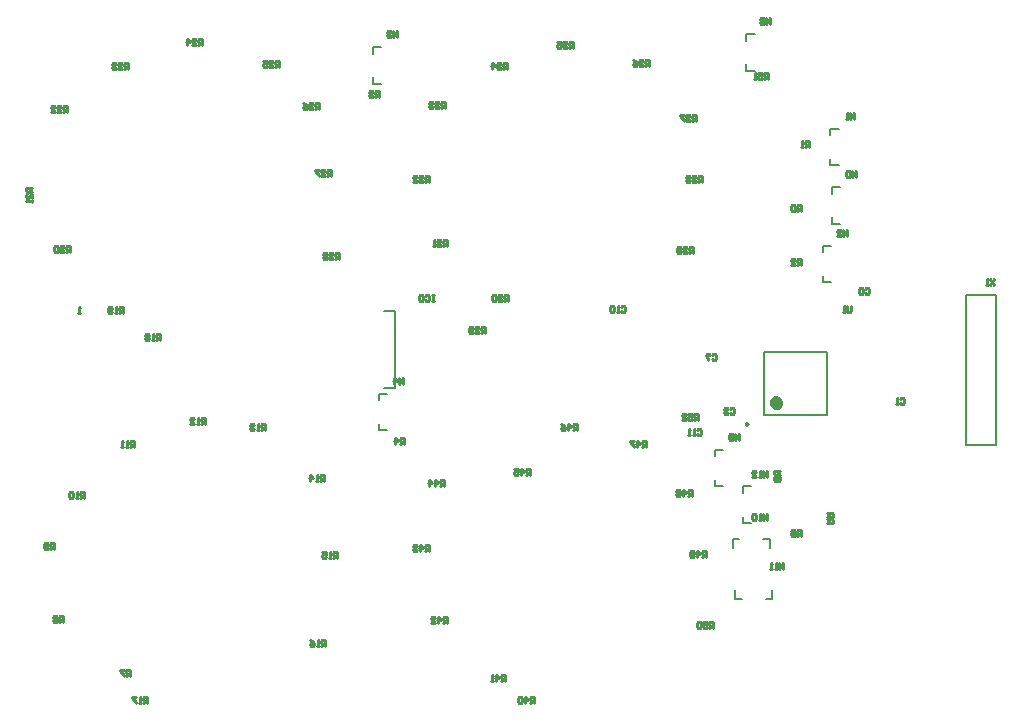
<source format=gbo>
G04*
G04 #@! TF.GenerationSoftware,Altium Limited,Altium Designer,19.0.14 (431)*
G04*
G04 Layer_Color=32896*
%FSLAX25Y25*%
%MOIN*%
G70*
G01*
G75*
%ADD10C,0.01000*%
%ADD11C,0.00591*%
%ADD57C,0.02362*%
%ADD58C,0.00984*%
%ADD59C,0.00787*%
%ADD60C,0.00800*%
D10*
X117731Y-52178D02*
Y-50178D01*
X116398Y-52178D01*
Y-50178D01*
X115732Y-52178D02*
X115065D01*
X115398D01*
Y-50178D01*
X115732Y-50511D01*
X114065D02*
X113732Y-50178D01*
X113066D01*
X112733Y-50511D01*
Y-51844D01*
X113066Y-52178D01*
X113732D01*
X114065Y-51844D01*
Y-50511D01*
X117477Y-37603D02*
Y-35604D01*
X116145Y-37603D01*
Y-35604D01*
X115478Y-37603D02*
X114812D01*
X115145D01*
Y-35604D01*
X115478Y-35937D01*
X112479Y-37603D02*
X113812D01*
X112479Y-36270D01*
Y-35937D01*
X112812Y-35604D01*
X113479D01*
X113812Y-35937D01*
X123038Y-68419D02*
Y-66420D01*
X121705Y-68419D01*
Y-66420D01*
X121039Y-68419D02*
X120372D01*
X120706D01*
Y-66420D01*
X121039Y-66753D01*
X119373Y-68419D02*
X118706D01*
X119040D01*
Y-66420D01*
X119373Y-66753D01*
X99248Y2881D02*
X99581Y3214D01*
X100247D01*
X100581Y2881D01*
Y1548D01*
X100247Y1214D01*
X99581D01*
X99248Y1548D01*
X98581Y2881D02*
X98248Y3214D01*
X97581D01*
X97248Y2881D01*
Y2547D01*
X97915Y1881D01*
Y1548D02*
Y1214D01*
X-111500Y17100D02*
X-112167D01*
X-111833D01*
Y19099D01*
X-111500Y18766D01*
X94194Y-22108D02*
X94528Y-21775D01*
X95194D01*
X95527Y-22108D01*
Y-23441D01*
X95194Y-23774D01*
X94528D01*
X94194Y-23441D01*
X93528Y-23774D02*
X92861D01*
X93195D01*
Y-21775D01*
X93528Y-22108D01*
X91862Y-23774D02*
X91195D01*
X91529D01*
Y-21775D01*
X91862Y-22108D01*
X69067Y19057D02*
X69400Y19390D01*
X70067D01*
X70400Y19057D01*
Y17724D01*
X70067Y17391D01*
X69400D01*
X69067Y17724D01*
X68401Y17391D02*
X67734D01*
X68067D01*
Y19390D01*
X68401Y19057D01*
X66734D02*
X66401Y19390D01*
X65735D01*
X65402Y19057D01*
Y17724D01*
X65735Y17391D01*
X66401D01*
X66734Y17724D01*
Y19057D01*
X94532Y-18600D02*
Y-16601D01*
X93532D01*
X93199Y-16934D01*
Y-17600D01*
X93532Y-17933D01*
X94532D01*
X93865D02*
X93199Y-18600D01*
X91199Y-16601D02*
X92532D01*
Y-17600D01*
X91866Y-17267D01*
X91532D01*
X91199Y-17600D01*
Y-18267D01*
X91532Y-18600D01*
X92199D01*
X92532Y-18267D01*
X89200Y-18600D02*
X90533D01*
X89200Y-17267D01*
Y-16934D01*
X89533Y-16601D01*
X90200D01*
X90533Y-16934D01*
X118000Y95000D02*
Y96999D01*
X117000D01*
X116667Y96666D01*
Y96000D01*
X117000Y95666D01*
X118000D01*
X117333D02*
X116667Y95000D01*
X114668Y96999D02*
X116001D01*
Y96000D01*
X115334Y96333D01*
X115001D01*
X114668Y96000D01*
Y95333D01*
X115001Y95000D01*
X115667D01*
X116001Y95333D01*
X114001Y95000D02*
X113335D01*
X113668D01*
Y96999D01*
X114001Y96666D01*
X108200Y-25300D02*
Y-23301D01*
X106867Y-25300D01*
Y-23301D01*
X106201Y-24967D02*
X105867Y-25300D01*
X105201D01*
X104868Y-24967D01*
Y-23634D01*
X105201Y-23301D01*
X105867D01*
X106201Y-23634D01*
Y-23967D01*
X105867Y-24300D01*
X104868D01*
X118700Y113200D02*
Y115199D01*
X117367Y113200D01*
Y115199D01*
X116701Y114866D02*
X116367Y115199D01*
X115701D01*
X115368Y114866D01*
Y114533D01*
X115701Y114200D01*
X115368Y113866D01*
Y113533D01*
X115701Y113200D01*
X116367D01*
X116701Y113533D01*
Y113866D01*
X116367Y114200D01*
X116701Y114533D01*
Y114866D01*
X116367Y114200D02*
X115701D01*
X193300Y28299D02*
X191967Y26300D01*
Y28299D02*
X193300Y26300D01*
X191301D02*
X190634D01*
X190967D01*
Y28299D01*
X191301Y27966D01*
X145500Y19389D02*
Y17723D01*
X145167Y17390D01*
X144500D01*
X144167Y17723D01*
Y19389D01*
X143501Y17390D02*
X142834D01*
X143167D01*
Y19389D01*
X143501Y19056D01*
X137480Y-52989D02*
X139479D01*
Y-51990D01*
X139146Y-51656D01*
X138479D01*
X138146Y-51990D01*
Y-52989D01*
Y-52323D02*
X137480Y-51656D01*
Y-50990D02*
X139479D01*
Y-49990D01*
X139146Y-49657D01*
X138479D01*
X138146Y-49990D01*
Y-50990D01*
Y-50323D02*
X137480Y-49657D01*
X129071Y-57289D02*
Y-55290D01*
X128071D01*
X127738Y-55623D01*
Y-56290D01*
X128071Y-56623D01*
X129071D01*
X128404D02*
X127738Y-57289D01*
X125739Y-55623D02*
X126072Y-55290D01*
X126738D01*
X127071Y-55623D01*
Y-56956D01*
X126738Y-57289D01*
X126072D01*
X125739Y-56956D01*
Y-56290D01*
X126405D01*
X122012Y-35875D02*
X120013D01*
Y-36874D01*
X120346Y-37207D01*
X121013D01*
X121346Y-36874D01*
Y-35875D01*
Y-36541D02*
X122012Y-37207D01*
X120013Y-37874D02*
X122012D01*
Y-38874D01*
X121679Y-39207D01*
X121346D01*
X121013Y-38874D01*
Y-37874D01*
Y-38874D01*
X120679Y-39207D01*
X120346D01*
X120013Y-38874D01*
Y-37874D01*
X99447Y-88100D02*
Y-86101D01*
X98448D01*
X98114Y-86434D01*
Y-87100D01*
X98448Y-87434D01*
X99447D01*
X98781D02*
X98114Y-88100D01*
X96115Y-86101D02*
X97448D01*
Y-87100D01*
X96781Y-86767D01*
X96448D01*
X96115Y-87100D01*
Y-87767D01*
X96448Y-88100D01*
X97115D01*
X97448Y-87767D01*
X95448Y-86434D02*
X95115Y-86101D01*
X94449D01*
X94116Y-86434D01*
Y-87767D01*
X94449Y-88100D01*
X95115D01*
X95448Y-87767D01*
Y-86434D01*
X97400Y-64500D02*
Y-62501D01*
X96400D01*
X96067Y-62834D01*
Y-63500D01*
X96400Y-63834D01*
X97400D01*
X96734D02*
X96067Y-64500D01*
X94401D02*
Y-62501D01*
X95401Y-63500D01*
X94068D01*
X93401Y-64167D02*
X93068Y-64500D01*
X92402D01*
X92068Y-64167D01*
Y-62834D01*
X92402Y-62501D01*
X93068D01*
X93401Y-62834D01*
Y-63167D01*
X93068Y-63500D01*
X92068D01*
X92429Y-44100D02*
Y-42101D01*
X91429D01*
X91096Y-42434D01*
Y-43100D01*
X91429Y-43434D01*
X92429D01*
X91763D02*
X91096Y-44100D01*
X89430D02*
Y-42101D01*
X90430Y-43100D01*
X89097D01*
X88430Y-42434D02*
X88097Y-42101D01*
X87431D01*
X87098Y-42434D01*
Y-42767D01*
X87431Y-43100D01*
X87098Y-43434D01*
Y-43767D01*
X87431Y-44100D01*
X88097D01*
X88430Y-43767D01*
Y-43434D01*
X88097Y-43100D01*
X88430Y-42767D01*
Y-42434D01*
X88097Y-43100D02*
X87431D01*
X77361Y-27600D02*
Y-25601D01*
X76361D01*
X76028Y-25934D01*
Y-26600D01*
X76361Y-26934D01*
X77361D01*
X76695D02*
X76028Y-27600D01*
X74362D02*
Y-25601D01*
X75362Y-26600D01*
X74029D01*
X73362Y-25601D02*
X72029D01*
Y-25934D01*
X73362Y-27267D01*
Y-27600D01*
X54400Y-22100D02*
Y-20101D01*
X53400D01*
X53067Y-20434D01*
Y-21100D01*
X53400Y-21433D01*
X54400D01*
X53734D02*
X53067Y-22100D01*
X51401D02*
Y-20101D01*
X52401Y-21100D01*
X51068D01*
X49068Y-20101D02*
X49735Y-20434D01*
X50401Y-21100D01*
Y-21767D01*
X50068Y-22100D01*
X49402D01*
X49068Y-21767D01*
Y-21433D01*
X49402Y-21100D01*
X50401D01*
X38439Y-37100D02*
Y-35101D01*
X37439D01*
X37106Y-35434D01*
Y-36100D01*
X37439Y-36434D01*
X38439D01*
X37773D02*
X37106Y-37100D01*
X35440D02*
Y-35101D01*
X36440Y-36100D01*
X35107D01*
X33107Y-35101D02*
X34440D01*
Y-36100D01*
X33774Y-35767D01*
X33441D01*
X33107Y-36100D01*
Y-36767D01*
X33441Y-37100D01*
X34107D01*
X34440Y-36767D01*
X9829Y-40600D02*
Y-38601D01*
X8829D01*
X8496Y-38934D01*
Y-39600D01*
X8829Y-39934D01*
X9829D01*
X9163D02*
X8496Y-40600D01*
X6830D02*
Y-38601D01*
X7830Y-39600D01*
X6497D01*
X4831Y-40600D02*
Y-38601D01*
X5830Y-39600D01*
X4498D01*
X4900Y-62547D02*
Y-60548D01*
X3900D01*
X3567Y-60881D01*
Y-61548D01*
X3900Y-61881D01*
X4900D01*
X4234D02*
X3567Y-62547D01*
X1901D02*
Y-60548D01*
X2901Y-61548D01*
X1568D01*
X901Y-60881D02*
X568Y-60548D01*
X-98D01*
X-432Y-60881D01*
Y-61214D01*
X-98Y-61548D01*
X235D01*
X-98D01*
X-432Y-61881D01*
Y-62214D01*
X-98Y-62547D01*
X568D01*
X901Y-62214D01*
X10900Y-86500D02*
Y-84501D01*
X9900D01*
X9567Y-84834D01*
Y-85500D01*
X9900Y-85834D01*
X10900D01*
X10233D02*
X9567Y-86500D01*
X7901D02*
Y-84501D01*
X8901Y-85500D01*
X7568D01*
X5568Y-86500D02*
X6901D01*
X5568Y-85167D01*
Y-84834D01*
X5902Y-84501D01*
X6568D01*
X6901Y-84834D01*
X30400Y-105600D02*
Y-103601D01*
X29400D01*
X29067Y-103934D01*
Y-104600D01*
X29400Y-104934D01*
X30400D01*
X29734D02*
X29067Y-105600D01*
X27401D02*
Y-103601D01*
X28401Y-104600D01*
X27068D01*
X26401Y-105600D02*
X25735D01*
X26068D01*
Y-103601D01*
X26401Y-103934D01*
X40020Y-113147D02*
Y-111148D01*
X39021D01*
X38687Y-111481D01*
Y-112148D01*
X39021Y-112481D01*
X40020D01*
X39354D02*
X38687Y-113147D01*
X37021D02*
Y-111148D01*
X38021Y-112148D01*
X36688D01*
X36022Y-111481D02*
X35688Y-111148D01*
X35022D01*
X34689Y-111481D01*
Y-112814D01*
X35022Y-113147D01*
X35688D01*
X36022Y-112814D01*
Y-111481D01*
X92947Y36900D02*
Y38899D01*
X91948D01*
X91614Y38566D01*
Y37900D01*
X91948Y37566D01*
X92947D01*
X92281D02*
X91614Y36900D01*
X90948Y38566D02*
X90615Y38899D01*
X89948D01*
X89615Y38566D01*
Y38233D01*
X89948Y37900D01*
X90281D01*
X89948D01*
X89615Y37566D01*
Y37233D01*
X89948Y36900D01*
X90615D01*
X90948Y37233D01*
X88949D02*
X88615Y36900D01*
X87949D01*
X87616Y37233D01*
Y38566D01*
X87949Y38899D01*
X88615D01*
X88949Y38566D01*
Y38233D01*
X88615Y37900D01*
X87616D01*
X95806Y60693D02*
Y62692D01*
X94806D01*
X94473Y62359D01*
Y61693D01*
X94806Y61359D01*
X95806D01*
X95139D02*
X94473Y60693D01*
X93806Y62359D02*
X93473Y62692D01*
X92807D01*
X92473Y62359D01*
Y62026D01*
X92807Y61693D01*
X93140D01*
X92807D01*
X92473Y61359D01*
Y61026D01*
X92807Y60693D01*
X93473D01*
X93806Y61026D01*
X91807Y62359D02*
X91474Y62692D01*
X90807D01*
X90474Y62359D01*
Y62026D01*
X90807Y61693D01*
X90474Y61359D01*
Y61026D01*
X90807Y60693D01*
X91474D01*
X91807Y61026D01*
Y61359D01*
X91474Y61693D01*
X91807Y62026D01*
Y62359D01*
X91474Y61693D02*
X90807D01*
X93947Y80847D02*
Y82847D01*
X92948D01*
X92614Y82513D01*
Y81847D01*
X92948Y81514D01*
X93947D01*
X93281D02*
X92614Y80847D01*
X91948Y82513D02*
X91615Y82847D01*
X90948D01*
X90615Y82513D01*
Y82180D01*
X90948Y81847D01*
X91281D01*
X90948D01*
X90615Y81514D01*
Y81181D01*
X90948Y80847D01*
X91615D01*
X91948Y81181D01*
X89948Y82847D02*
X88616D01*
Y82513D01*
X89948Y81181D01*
Y80847D01*
X78361Y99400D02*
Y101399D01*
X77361D01*
X77028Y101066D01*
Y100400D01*
X77361Y100066D01*
X78361D01*
X77694D02*
X77028Y99400D01*
X76362Y101066D02*
X76028Y101399D01*
X75362D01*
X75029Y101066D01*
Y100733D01*
X75362Y100400D01*
X75695D01*
X75362D01*
X75029Y100066D01*
Y99733D01*
X75362Y99400D01*
X76028D01*
X76362Y99733D01*
X73029Y101399D02*
X73696Y101066D01*
X74362Y100400D01*
Y99733D01*
X74029Y99400D01*
X73362D01*
X73029Y99733D01*
Y100066D01*
X73362Y100400D01*
X74362D01*
X52947Y105400D02*
Y107399D01*
X51948D01*
X51614Y107066D01*
Y106400D01*
X51948Y106067D01*
X52947D01*
X52281D02*
X51614Y105400D01*
X50948Y107066D02*
X50615Y107399D01*
X49948D01*
X49615Y107066D01*
Y106733D01*
X49948Y106400D01*
X50281D01*
X49948D01*
X49615Y106067D01*
Y105733D01*
X49948Y105400D01*
X50615D01*
X50948Y105733D01*
X47616Y107399D02*
X48948D01*
Y106400D01*
X48282Y106733D01*
X47949D01*
X47616Y106400D01*
Y105733D01*
X47949Y105400D01*
X48615D01*
X48948Y105733D01*
X30953Y98400D02*
Y100399D01*
X29953D01*
X29620Y100066D01*
Y99400D01*
X29953Y99066D01*
X30953D01*
X30286D02*
X29620Y98400D01*
X28953Y100066D02*
X28620Y100399D01*
X27954D01*
X27621Y100066D01*
Y99733D01*
X27954Y99400D01*
X28287D01*
X27954D01*
X27621Y99066D01*
Y98733D01*
X27954Y98400D01*
X28620D01*
X28953Y98733D01*
X25954Y98400D02*
Y100399D01*
X26954Y99400D01*
X25621D01*
X10400Y85400D02*
Y87399D01*
X9400D01*
X9067Y87066D01*
Y86400D01*
X9400Y86066D01*
X10400D01*
X9734D02*
X9067Y85400D01*
X8401Y87066D02*
X8067Y87399D01*
X7401D01*
X7068Y87066D01*
Y86733D01*
X7401Y86400D01*
X7734D01*
X7401D01*
X7068Y86066D01*
Y85733D01*
X7401Y85400D01*
X8067D01*
X8401Y85733D01*
X6401Y87066D02*
X6068Y87399D01*
X5402D01*
X5068Y87066D01*
Y86733D01*
X5402Y86400D01*
X5735D01*
X5402D01*
X5068Y86066D01*
Y85733D01*
X5402Y85400D01*
X6068D01*
X6401Y85733D01*
X4900Y60686D02*
Y62686D01*
X3900D01*
X3567Y62352D01*
Y61686D01*
X3900Y61353D01*
X4900D01*
X4234D02*
X3567Y60686D01*
X2901Y62352D02*
X2567Y62686D01*
X1901D01*
X1568Y62352D01*
Y62019D01*
X1901Y61686D01*
X2234D01*
X1901D01*
X1568Y61353D01*
Y61019D01*
X1901Y60686D01*
X2567D01*
X2901Y61019D01*
X-432Y60686D02*
X901D01*
X-432Y62019D01*
Y62352D01*
X-98Y62686D01*
X568D01*
X901Y62352D01*
X10900Y39400D02*
Y41399D01*
X9900D01*
X9567Y41066D01*
Y40400D01*
X9900Y40066D01*
X10900D01*
X10233D02*
X9567Y39400D01*
X8901Y41066D02*
X8567Y41399D01*
X7901D01*
X7568Y41066D01*
Y40733D01*
X7901Y40400D01*
X8234D01*
X7901D01*
X7568Y40066D01*
Y39733D01*
X7901Y39400D01*
X8567D01*
X8901Y39733D01*
X6901Y39400D02*
X6235D01*
X6568D01*
Y41399D01*
X6901Y41066D01*
X31400Y20900D02*
Y22899D01*
X30400D01*
X30067Y22566D01*
Y21900D01*
X30400Y21566D01*
X31400D01*
X30734D02*
X30067Y20900D01*
X29401Y22566D02*
X29067Y22899D01*
X28401D01*
X28068Y22566D01*
Y22233D01*
X28401Y21900D01*
X28734D01*
X28401D01*
X28068Y21566D01*
Y21233D01*
X28401Y20900D01*
X29067D01*
X29401Y21233D01*
X27401Y22566D02*
X27068Y22899D01*
X26402D01*
X26068Y22566D01*
Y21233D01*
X26402Y20900D01*
X27068D01*
X27401Y21233D01*
Y22566D01*
X23447Y10400D02*
Y12399D01*
X22448D01*
X22114Y12066D01*
Y11400D01*
X22448Y11067D01*
X23447D01*
X22781D02*
X22114Y10400D01*
X20115D02*
X21448D01*
X20115Y11733D01*
Y12066D01*
X20448Y12399D01*
X21115D01*
X21448Y12066D01*
X19448Y10733D02*
X19115Y10400D01*
X18449D01*
X18116Y10733D01*
Y12066D01*
X18449Y12399D01*
X19115D01*
X19448Y12066D01*
Y11733D01*
X19115Y11400D01*
X18116D01*
X-25053Y34900D02*
Y36899D01*
X-26052D01*
X-26386Y36566D01*
Y35900D01*
X-26052Y35566D01*
X-25053D01*
X-25719D02*
X-26386Y34900D01*
X-28385D02*
X-27052D01*
X-28385Y36233D01*
Y36566D01*
X-28052Y36899D01*
X-27385D01*
X-27052Y36566D01*
X-29052D02*
X-29385Y36899D01*
X-30051D01*
X-30384Y36566D01*
Y36233D01*
X-30051Y35900D01*
X-30384Y35566D01*
Y35233D01*
X-30051Y34900D01*
X-29385D01*
X-29052Y35233D01*
Y35566D01*
X-29385Y35900D01*
X-29052Y36233D01*
Y36566D01*
X-29385Y35900D02*
X-30051D01*
X-27600Y62500D02*
Y64499D01*
X-28600D01*
X-28933Y64166D01*
Y63500D01*
X-28600Y63166D01*
X-27600D01*
X-28266D02*
X-28933Y62500D01*
X-30932D02*
X-29599D01*
X-30932Y63833D01*
Y64166D01*
X-30599Y64499D01*
X-29933D01*
X-29599Y64166D01*
X-31599Y64499D02*
X-32932D01*
Y64166D01*
X-31599Y62833D01*
Y62500D01*
X-31600Y84900D02*
Y86899D01*
X-32600D01*
X-32933Y86566D01*
Y85900D01*
X-32600Y85566D01*
X-31600D01*
X-32266D02*
X-32933Y84900D01*
X-34932D02*
X-33599D01*
X-34932Y86233D01*
Y86566D01*
X-34599Y86899D01*
X-33933D01*
X-33599Y86566D01*
X-36932Y86899D02*
X-36265Y86566D01*
X-35599Y85900D01*
Y85233D01*
X-35932Y84900D01*
X-36598D01*
X-36932Y85233D01*
Y85566D01*
X-36598Y85900D01*
X-35599D01*
X-45100Y98900D02*
Y100899D01*
X-46100D01*
X-46433Y100566D01*
Y99900D01*
X-46100Y99566D01*
X-45100D01*
X-45766D02*
X-46433Y98900D01*
X-48432D02*
X-47099D01*
X-48432Y100233D01*
Y100566D01*
X-48099Y100899D01*
X-47433D01*
X-47099Y100566D01*
X-50432Y100899D02*
X-49099D01*
Y99900D01*
X-49765Y100233D01*
X-50098D01*
X-50432Y99900D01*
Y99233D01*
X-50098Y98900D01*
X-49432D01*
X-49099Y99233D01*
X-70600Y106400D02*
Y108399D01*
X-71600D01*
X-71933Y108066D01*
Y107400D01*
X-71600Y107067D01*
X-70600D01*
X-71266D02*
X-71933Y106400D01*
X-73932D02*
X-72599D01*
X-73932Y107733D01*
Y108066D01*
X-73599Y108399D01*
X-72933D01*
X-72599Y108066D01*
X-75598Y106400D02*
Y108399D01*
X-74599Y107400D01*
X-75932D01*
X-95486Y98400D02*
Y100399D01*
X-96486D01*
X-96819Y100066D01*
Y99400D01*
X-96486Y99066D01*
X-95486D01*
X-96153D02*
X-96819Y98400D01*
X-98819D02*
X-97486D01*
X-98819Y99733D01*
Y100066D01*
X-98485Y100399D01*
X-97819D01*
X-97486Y100066D01*
X-99485D02*
X-99818Y100399D01*
X-100485D01*
X-100818Y100066D01*
Y99733D01*
X-100485Y99400D01*
X-100152D01*
X-100485D01*
X-100818Y99066D01*
Y98733D01*
X-100485Y98400D01*
X-99818D01*
X-99485Y98733D01*
X-115600Y83900D02*
Y85899D01*
X-116600D01*
X-116933Y85566D01*
Y84900D01*
X-116600Y84566D01*
X-115600D01*
X-116267D02*
X-116933Y83900D01*
X-118932D02*
X-117599D01*
X-118932Y85233D01*
Y85566D01*
X-118599Y85899D01*
X-117933D01*
X-117599Y85566D01*
X-120932Y83900D02*
X-119599D01*
X-120932Y85233D01*
Y85566D01*
X-120598Y85899D01*
X-119932D01*
X-119599Y85566D01*
X-127471Y58547D02*
X-129470D01*
Y57548D01*
X-129137Y57214D01*
X-128471D01*
X-128137Y57548D01*
Y58547D01*
Y57881D02*
X-127471Y57214D01*
Y55215D02*
Y56548D01*
X-128804Y55215D01*
X-129137D01*
X-129470Y55548D01*
Y56215D01*
X-129137Y56548D01*
X-127471Y54549D02*
Y53882D01*
Y54215D01*
X-129470D01*
X-129137Y54549D01*
X-114600Y37400D02*
Y39399D01*
X-115600D01*
X-115933Y39066D01*
Y38400D01*
X-115600Y38066D01*
X-114600D01*
X-115267D02*
X-115933Y37400D01*
X-117932D02*
X-116599D01*
X-117932Y38733D01*
Y39066D01*
X-117599Y39399D01*
X-116933D01*
X-116599Y39066D01*
X-118599D02*
X-118932Y39399D01*
X-119598D01*
X-119932Y39066D01*
Y37733D01*
X-119598Y37400D01*
X-118932D01*
X-118599Y37733D01*
Y39066D01*
X-97147Y17085D02*
Y19084D01*
X-98147D01*
X-98480Y18751D01*
Y18085D01*
X-98147Y17752D01*
X-97147D01*
X-97814D02*
X-98480Y17085D01*
X-99147D02*
X-99813D01*
X-99480D01*
Y19084D01*
X-99147Y18751D01*
X-100813Y17418D02*
X-101146Y17085D01*
X-101812D01*
X-102146Y17418D01*
Y18751D01*
X-101812Y19084D01*
X-101146D01*
X-100813Y18751D01*
Y18418D01*
X-101146Y18085D01*
X-102146D01*
X-84600Y7853D02*
Y9852D01*
X-85600D01*
X-85933Y9519D01*
Y8852D01*
X-85600Y8519D01*
X-84600D01*
X-85266D02*
X-85933Y7853D01*
X-86599D02*
X-87266D01*
X-86933D01*
Y9852D01*
X-86599Y9519D01*
X-88266D02*
X-88599Y9852D01*
X-89265D01*
X-89598Y9519D01*
Y9186D01*
X-89265Y8852D01*
X-89598Y8519D01*
Y8186D01*
X-89265Y7853D01*
X-88599D01*
X-88266Y8186D01*
Y8519D01*
X-88599Y8852D01*
X-88266Y9186D01*
Y9519D01*
X-88599Y8852D02*
X-89265D01*
X-89100Y-113100D02*
Y-111101D01*
X-90100D01*
X-90433Y-111434D01*
Y-112100D01*
X-90100Y-112434D01*
X-89100D01*
X-89766D02*
X-90433Y-113100D01*
X-91099D02*
X-91766D01*
X-91433D01*
Y-111101D01*
X-91099Y-111434D01*
X-92765Y-111101D02*
X-94098D01*
Y-111434D01*
X-92765Y-112767D01*
Y-113100D01*
X-29600Y-94100D02*
Y-92101D01*
X-30600D01*
X-30933Y-92434D01*
Y-93100D01*
X-30600Y-93434D01*
X-29600D01*
X-30266D02*
X-30933Y-94100D01*
X-31599D02*
X-32266D01*
X-31933D01*
Y-92101D01*
X-31599Y-92434D01*
X-34598Y-92101D02*
X-33932Y-92434D01*
X-33266Y-93100D01*
Y-93767D01*
X-33599Y-94100D01*
X-34265D01*
X-34598Y-93767D01*
Y-93434D01*
X-34265Y-93100D01*
X-33266D01*
X-25600Y-64553D02*
Y-62553D01*
X-26600D01*
X-26933Y-62887D01*
Y-63553D01*
X-26600Y-63886D01*
X-25600D01*
X-26266D02*
X-26933Y-64553D01*
X-27599D02*
X-28266D01*
X-27933D01*
Y-62553D01*
X-27599Y-62887D01*
X-30598Y-62553D02*
X-29265D01*
Y-63553D01*
X-29932Y-63220D01*
X-30265D01*
X-30598Y-63553D01*
Y-64219D01*
X-30265Y-64553D01*
X-29599D01*
X-29265Y-64219D01*
X-30167Y-39047D02*
Y-37048D01*
X-31167D01*
X-31500Y-37381D01*
Y-38048D01*
X-31167Y-38381D01*
X-30167D01*
X-30833D02*
X-31500Y-39047D01*
X-32166D02*
X-32833D01*
X-32500D01*
Y-37048D01*
X-32166Y-37381D01*
X-34832Y-39047D02*
Y-37048D01*
X-33832Y-38048D01*
X-35165D01*
X-49600Y-22053D02*
Y-20053D01*
X-50600D01*
X-50933Y-20387D01*
Y-21053D01*
X-50600Y-21386D01*
X-49600D01*
X-50266D02*
X-50933Y-22053D01*
X-51599D02*
X-52266D01*
X-51933D01*
Y-20053D01*
X-51599Y-20387D01*
X-53266D02*
X-53599Y-20053D01*
X-54265D01*
X-54598Y-20387D01*
Y-20720D01*
X-54265Y-21053D01*
X-53932D01*
X-54265D01*
X-54598Y-21386D01*
Y-21720D01*
X-54265Y-22053D01*
X-53599D01*
X-53266Y-21720D01*
X-69600Y-20100D02*
Y-18101D01*
X-70600D01*
X-70933Y-18434D01*
Y-19100D01*
X-70600Y-19433D01*
X-69600D01*
X-70266D02*
X-70933Y-20100D01*
X-71599D02*
X-72266D01*
X-71933D01*
Y-18101D01*
X-71599Y-18434D01*
X-74598Y-20100D02*
X-73265D01*
X-74598Y-18767D01*
Y-18434D01*
X-74265Y-18101D01*
X-73599D01*
X-73265Y-18434D01*
X-93547Y-27600D02*
Y-25601D01*
X-94547D01*
X-94880Y-25934D01*
Y-26600D01*
X-94547Y-26934D01*
X-93547D01*
X-94214D02*
X-94880Y-27600D01*
X-95547D02*
X-96213D01*
X-95880D01*
Y-25601D01*
X-95547Y-25934D01*
X-97213Y-27600D02*
X-97879D01*
X-97546D01*
Y-25601D01*
X-97213Y-25934D01*
X-110129Y-44600D02*
Y-42601D01*
X-111129D01*
X-111462Y-42934D01*
Y-43600D01*
X-111129Y-43934D01*
X-110129D01*
X-110795D02*
X-111462Y-44600D01*
X-112128D02*
X-112795D01*
X-112462D01*
Y-42601D01*
X-112128Y-42934D01*
X-113795D02*
X-114128Y-42601D01*
X-114794D01*
X-115127Y-42934D01*
Y-44267D01*
X-114794Y-44600D01*
X-114128D01*
X-113795Y-44267D01*
Y-42934D01*
X-120100Y-61600D02*
Y-59601D01*
X-121100D01*
X-121433Y-59934D01*
Y-60600D01*
X-121100Y-60934D01*
X-120100D01*
X-120766D02*
X-121433Y-61600D01*
X-122099Y-61267D02*
X-122433Y-61600D01*
X-123099D01*
X-123432Y-61267D01*
Y-59934D01*
X-123099Y-59601D01*
X-122433D01*
X-122099Y-59934D01*
Y-60267D01*
X-122433Y-60600D01*
X-123432D01*
X-117100Y-86100D02*
Y-84101D01*
X-118100D01*
X-118433Y-84434D01*
Y-85100D01*
X-118100Y-85434D01*
X-117100D01*
X-117766D02*
X-118433Y-86100D01*
X-119099Y-84434D02*
X-119433Y-84101D01*
X-120099D01*
X-120432Y-84434D01*
Y-84767D01*
X-120099Y-85100D01*
X-120432Y-85434D01*
Y-85767D01*
X-120099Y-86100D01*
X-119433D01*
X-119099Y-85767D01*
Y-85434D01*
X-119433Y-85100D01*
X-119099Y-84767D01*
Y-84434D01*
X-119433Y-85100D02*
X-120099D01*
X-94647Y-104100D02*
Y-102101D01*
X-95647D01*
X-95980Y-102434D01*
Y-103100D01*
X-95647Y-103434D01*
X-94647D01*
X-95314D02*
X-95980Y-104100D01*
X-96647Y-102101D02*
X-97979D01*
Y-102434D01*
X-96647Y-103767D01*
Y-104100D01*
X-3536Y-26854D02*
Y-24855D01*
X-4536D01*
X-4869Y-25188D01*
Y-25854D01*
X-4536Y-26188D01*
X-3536D01*
X-4203D02*
X-4869Y-26854D01*
X-6535D02*
Y-24855D01*
X-5536Y-25854D01*
X-6868D01*
X-11600Y88900D02*
Y90899D01*
X-12600D01*
X-12933Y90566D01*
Y89900D01*
X-12600Y89566D01*
X-11600D01*
X-12267D02*
X-12933Y88900D01*
X-13599Y90566D02*
X-13933Y90899D01*
X-14599D01*
X-14932Y90566D01*
Y90233D01*
X-14599Y89900D01*
X-14266D01*
X-14599D01*
X-14932Y89566D01*
Y89233D01*
X-14599Y88900D01*
X-13933D01*
X-13599Y89233D01*
X128947Y32900D02*
Y34899D01*
X127948D01*
X127614Y34566D01*
Y33900D01*
X127948Y33566D01*
X128947D01*
X128281D02*
X127614Y32900D01*
X125615D02*
X126948D01*
X125615Y34233D01*
Y34566D01*
X125948Y34899D01*
X126615D01*
X126948Y34566D01*
X131447Y72400D02*
Y74399D01*
X130448D01*
X130114Y74066D01*
Y73400D01*
X130448Y73066D01*
X131447D01*
X130781D02*
X130114Y72400D01*
X129448D02*
X128781D01*
X129115D01*
Y74399D01*
X129448Y74066D01*
X128931Y50900D02*
Y52899D01*
X127932D01*
X127599Y52566D01*
Y51900D01*
X127932Y51566D01*
X128931D01*
X128265D02*
X127599Y50900D01*
X126932Y52566D02*
X126599Y52899D01*
X125933D01*
X125599Y52566D01*
Y51233D01*
X125933Y50900D01*
X126599D01*
X126932Y51233D01*
Y52566D01*
X-3900Y-6600D02*
Y-4601D01*
X-5233Y-6600D01*
Y-4601D01*
X-6899Y-6600D02*
Y-4601D01*
X-5899Y-5600D01*
X-7232D01*
X-5900Y108900D02*
Y110899D01*
X-7233Y108900D01*
Y110899D01*
X-7899Y110566D02*
X-8233Y110899D01*
X-8899D01*
X-9232Y110566D01*
Y110233D01*
X-8899Y109900D01*
X-8566D01*
X-8899D01*
X-9232Y109566D01*
Y109233D01*
X-8899Y108900D01*
X-8233D01*
X-7899Y109233D01*
X144163Y42640D02*
Y44640D01*
X142830Y42640D01*
Y44640D01*
X140831Y42640D02*
X142164D01*
X140831Y43973D01*
Y44306D01*
X141164Y44640D01*
X141830D01*
X142164Y44306D01*
X146700Y81680D02*
Y83680D01*
X145367Y81680D01*
Y83680D01*
X144701Y81680D02*
X144034D01*
X144367D01*
Y83680D01*
X144701Y83346D01*
X147200Y62180D02*
Y64180D01*
X145867Y62180D01*
Y64180D01*
X145201Y63846D02*
X144867Y64180D01*
X144201D01*
X143868Y63846D01*
Y62514D01*
X144201Y62180D01*
X144867D01*
X145201Y62514D01*
Y63846D01*
X6435Y22933D02*
X5768D01*
X6102D01*
Y20934D01*
X6435D01*
X5768D01*
X3436Y22600D02*
X3769Y22933D01*
X4436D01*
X4769Y22600D01*
Y21267D01*
X4436Y20934D01*
X3769D01*
X3436Y21267D01*
X2770Y22600D02*
X2436Y22933D01*
X1770D01*
X1437Y22600D01*
Y21267D01*
X1770Y20934D01*
X2436D01*
X2770Y21267D01*
Y22600D01*
X105283Y-15110D02*
X105616Y-14776D01*
X106283D01*
X106616Y-15110D01*
Y-16443D01*
X106283Y-16776D01*
X105616D01*
X105283Y-16443D01*
X104617Y-15110D02*
X104283Y-14776D01*
X103617D01*
X103284Y-15110D01*
Y-15443D01*
X103617Y-15776D01*
X103950D01*
X103617D01*
X103284Y-16109D01*
Y-16443D01*
X103617Y-16776D01*
X104283D01*
X104617Y-16443D01*
X161960Y-11561D02*
X162293Y-11228D01*
X162960D01*
X163293Y-11561D01*
Y-12894D01*
X162960Y-13227D01*
X162293D01*
X161960Y-12894D01*
X161293Y-13227D02*
X160627D01*
X160960D01*
Y-11228D01*
X161293Y-11561D01*
X150267Y24909D02*
X150600Y25242D01*
X151267D01*
X151600Y24909D01*
Y23576D01*
X151267Y23243D01*
X150600D01*
X150267Y23576D01*
X149601Y24909D02*
X149267Y25242D01*
X148601D01*
X148268Y24909D01*
Y23576D01*
X148601Y23243D01*
X149267D01*
X149601Y23576D01*
Y24909D01*
D11*
X119282Y-78241D02*
Y-75426D01*
X117117Y-78241D02*
X119282D01*
X107077D02*
X109243D01*
X107077D02*
Y-75426D01*
X106222Y-61310D02*
Y-58495D01*
X108388D01*
X116262D02*
X118427D01*
Y-61310D02*
Y-58495D01*
X109523Y-53083D02*
X112338D01*
X109523D02*
Y-50918D01*
Y-43044D02*
Y-40878D01*
X112338D01*
X184000Y-27000D02*
Y23000D01*
X194000D01*
Y-27000D02*
Y23000D01*
X184000Y-27000D02*
X194000D01*
X100248Y-40843D02*
X103063D01*
X100248D02*
Y-38677D01*
Y-30803D02*
Y-28638D01*
X103063D01*
X110748Y97658D02*
X113563D01*
X110748D02*
Y99823D01*
Y107697D02*
Y109862D01*
X113563D01*
X138748Y78342D02*
X141563D01*
X138748Y76177D02*
Y78342D01*
Y66138D02*
Y68303D01*
Y66138D02*
X141563D01*
X139248Y58842D02*
X142063D01*
X139248Y56677D02*
Y58842D01*
Y46638D02*
Y48803D01*
Y46638D02*
X142063D01*
X136248Y27138D02*
X139063D01*
X136248D02*
Y29303D01*
Y37177D02*
Y39342D01*
X139063D01*
X-13815Y93398D02*
X-11000D01*
X-13815D02*
Y95563D01*
Y103437D02*
Y105602D01*
X-11000D01*
X-11815Y-22102D02*
X-9000D01*
X-11815D02*
Y-19937D01*
Y-12063D02*
Y-9898D01*
X-9000D01*
D57*
X121685Y-12996D02*
X121240Y-12073D01*
X120241Y-11845D01*
X119440Y-12484D01*
Y-13509D01*
X120241Y-14148D01*
X121240Y-13919D01*
X121685Y-12996D01*
D58*
X111350Y-20083D02*
X110612Y-19657D01*
Y-20509D01*
X111350Y-20083D01*
D59*
X116567Y3933D02*
X137433D01*
X116567Y-16933D02*
X137433D01*
Y3933D01*
X116567Y-16933D02*
Y3933D01*
D60*
X-9965Y17515D02*
X-6465Y17516D01*
X-9965Y-8075D02*
X-6465Y-8075D01*
X-6465Y-8075D02*
Y17515D01*
M02*

</source>
